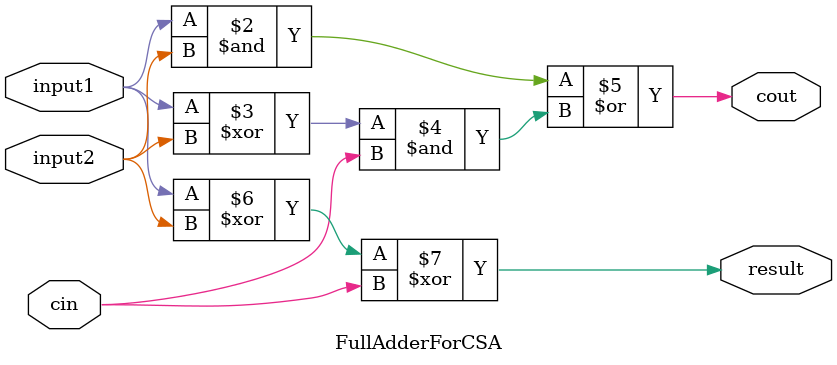
<source format=v>
`timescale 1ns/1ps
module FullAdderForCSA (input1, input2, result, cin, cout);
    input input1;
    input input2;
    output reg result;
    input cin;
    output reg cout;
    always @(*) begin
		cout <= (input1 & input2) | ((input1 ^ input2) & cin);
		result <= input1^input2^cin;
    end
endmodule
</source>
